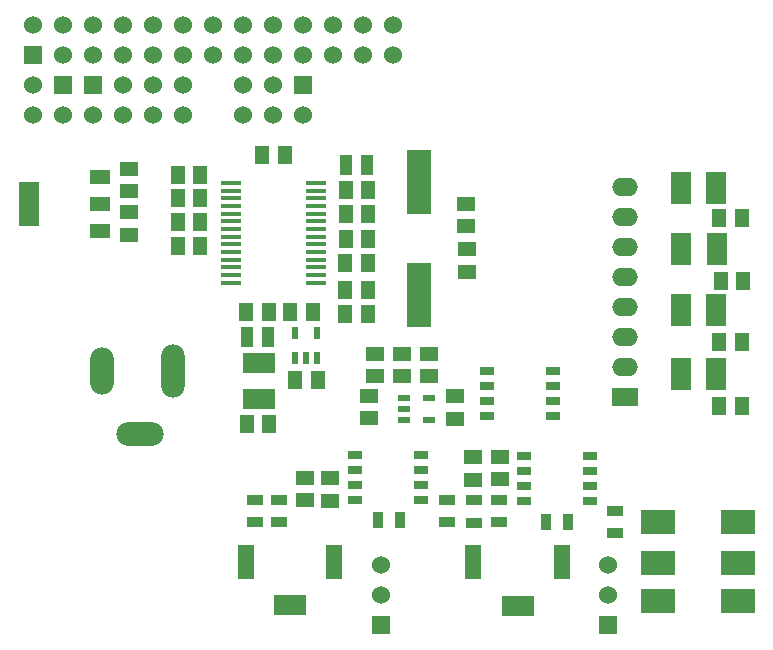
<source format=gts>
G04 (created by PCBNEW (2013-08-20 BZR 4294)-product) date 9/16/2013 9:24:49 PM*
%MOIN*%
G04 Gerber Fmt 3.4, Leading zero omitted, Abs format*
%FSLAX34Y34*%
G01*
G70*
G90*
G04 APERTURE LIST*
%ADD10C,0.001000*%
%ADD11R,0.055318X0.114373*%
%ADD12R,0.110436X0.071066*%
%ADD13R,0.065200X0.016200*%
%ADD14R,0.060200X0.060200*%
%ADD15C,0.060200*%
%ADD16R,0.039600X0.023800*%
%ADD17R,0.078900X0.216700*%
%ADD18R,0.055200X0.035200*%
%ADD19R,0.035200X0.055200*%
%ADD20R,0.071100X0.051400*%
%ADD21R,0.071100X0.149800*%
%ADD22R,0.051400X0.059200*%
%ADD23R,0.059200X0.051400*%
%ADD24R,0.086800X0.060200*%
%ADD25O,0.086800X0.060200*%
%ADD26R,0.040200X0.070200*%
%ADD27R,0.050200X0.025200*%
%ADD28R,0.023800X0.039600*%
%ADD29R,0.112405X0.078940*%
%ADD30R,0.070900X0.106400*%
%ADD31R,0.106400X0.070900*%
%ADD32O,0.157700X0.078900*%
%ADD33O,0.078900X0.157700*%
%ADD34O,0.078900X0.177400*%
G04 APERTURE END LIST*
G54D10*
G54D11*
X83031Y-62696D03*
G54D12*
X81555Y-64153D03*
G54D11*
X80078Y-62696D03*
X75440Y-62673D03*
G54D12*
X73964Y-64129D03*
G54D11*
X72488Y-62673D03*
G54D13*
X71992Y-51581D03*
X71992Y-51837D03*
X71992Y-52093D03*
X71992Y-52349D03*
X74826Y-50813D03*
X71992Y-50813D03*
X71992Y-51069D03*
X71992Y-51325D03*
X74826Y-52605D03*
X74826Y-52349D03*
X74826Y-52093D03*
X74826Y-51837D03*
X74826Y-51581D03*
X74826Y-51325D03*
X71992Y-52605D03*
X74826Y-51069D03*
X74826Y-50557D03*
X74826Y-50302D03*
X74826Y-50046D03*
X71992Y-50046D03*
X71992Y-50302D03*
X71992Y-50557D03*
X71992Y-52861D03*
X71992Y-53116D03*
X71992Y-53372D03*
X74826Y-53372D03*
X74826Y-53116D03*
X74826Y-52861D03*
G54D14*
X65385Y-45776D03*
G54D15*
X65385Y-44776D03*
X66385Y-45776D03*
X66385Y-44776D03*
X67385Y-45776D03*
X67385Y-44776D03*
X68385Y-45776D03*
X68385Y-44776D03*
X69385Y-45776D03*
X69385Y-44776D03*
X70385Y-45776D03*
X70385Y-44776D03*
X71385Y-45776D03*
X71385Y-44776D03*
X72385Y-45776D03*
X72385Y-44776D03*
X73385Y-45776D03*
X73385Y-44776D03*
X74385Y-45776D03*
X74385Y-44776D03*
X75385Y-45776D03*
X75385Y-44776D03*
X76385Y-45776D03*
X76385Y-44776D03*
X77385Y-45776D03*
X77385Y-44776D03*
G54D16*
X77772Y-57215D03*
X77772Y-57965D03*
X77772Y-57590D03*
X78604Y-57965D03*
X78604Y-57215D03*
G54D17*
X78275Y-50027D03*
X78275Y-53767D03*
G54D18*
X80084Y-61371D03*
X80084Y-60621D03*
X80940Y-61361D03*
X80940Y-60611D03*
X84783Y-61723D03*
X84783Y-60973D03*
G54D19*
X83245Y-61340D03*
X82495Y-61340D03*
G54D18*
X79208Y-61361D03*
X79208Y-60611D03*
G54D19*
X77644Y-61281D03*
X76894Y-61281D03*
G54D18*
X73608Y-61351D03*
X73608Y-60601D03*
X72801Y-61351D03*
X72801Y-60601D03*
G54D20*
X67627Y-51657D03*
X67627Y-50751D03*
X67627Y-49845D03*
G54D21*
X65265Y-50751D03*
G54D22*
X89028Y-51220D03*
X88278Y-51220D03*
X89024Y-55350D03*
X88274Y-55350D03*
X72514Y-58090D03*
X73264Y-58090D03*
X89028Y-57468D03*
X88278Y-57468D03*
X89075Y-53300D03*
X88325Y-53300D03*
G54D23*
X76594Y-57894D03*
X76594Y-57144D03*
G54D22*
X74140Y-56622D03*
X74890Y-56622D03*
G54D23*
X68582Y-51772D03*
X68582Y-51022D03*
X78592Y-56499D03*
X78592Y-55749D03*
X68592Y-49575D03*
X68592Y-50325D03*
G54D22*
X73975Y-54342D03*
X74725Y-54342D03*
G54D23*
X79448Y-57914D03*
X79448Y-57164D03*
G54D22*
X73256Y-54338D03*
X72506Y-54338D03*
G54D23*
X80074Y-59943D03*
X80074Y-59193D03*
X80950Y-59924D03*
X80950Y-59174D03*
G54D22*
X73034Y-49110D03*
X73784Y-49110D03*
G54D23*
X79838Y-50735D03*
X79838Y-51485D03*
G54D22*
X76556Y-54425D03*
X75806Y-54425D03*
X76556Y-53614D03*
X75806Y-53614D03*
G54D23*
X79850Y-53004D03*
X79850Y-52254D03*
X74474Y-59882D03*
X74474Y-60632D03*
X75301Y-59892D03*
X75301Y-60642D03*
G54D24*
X85118Y-57181D03*
G54D25*
X85118Y-56181D03*
X85118Y-55181D03*
X85118Y-54181D03*
X85118Y-53181D03*
X85118Y-52181D03*
X85118Y-51181D03*
X85118Y-50181D03*
G54D26*
X73243Y-55169D03*
X72543Y-55169D03*
X75839Y-49449D03*
X76539Y-49449D03*
G54D23*
X77696Y-55749D03*
X77696Y-56499D03*
X76791Y-55749D03*
X76791Y-56499D03*
G54D22*
X70215Y-49783D03*
X70965Y-49783D03*
X70215Y-51358D03*
X70965Y-51358D03*
X70219Y-50555D03*
X70969Y-50555D03*
X70215Y-52165D03*
X70965Y-52165D03*
X75817Y-51086D03*
X76567Y-51086D03*
X75810Y-52724D03*
X76560Y-52724D03*
X75817Y-50271D03*
X76567Y-50271D03*
X75817Y-51921D03*
X76567Y-51921D03*
G54D27*
X82727Y-57819D03*
X82727Y-57319D03*
X82727Y-56819D03*
X82727Y-56319D03*
X80527Y-56319D03*
X80527Y-56819D03*
X80527Y-57319D03*
X80527Y-57819D03*
X78340Y-60604D03*
X78340Y-60104D03*
X78340Y-59604D03*
X78340Y-59104D03*
X76140Y-59104D03*
X76140Y-59604D03*
X76140Y-60104D03*
X76140Y-60604D03*
X83963Y-60636D03*
X83963Y-60136D03*
X83963Y-59636D03*
X83963Y-59136D03*
X81763Y-59136D03*
X81763Y-59636D03*
X81763Y-60136D03*
X81763Y-60636D03*
G54D28*
X74117Y-55868D03*
X74867Y-55868D03*
X74492Y-55868D03*
X74867Y-55036D03*
X74117Y-55036D03*
G54D14*
X74380Y-46780D03*
G54D15*
X74380Y-47780D03*
X73380Y-46780D03*
X73380Y-47780D03*
X72380Y-46780D03*
X72380Y-47780D03*
G54D14*
X67388Y-46781D03*
G54D15*
X67388Y-47781D03*
X68388Y-46781D03*
X68388Y-47781D03*
X69388Y-46781D03*
X69388Y-47781D03*
X70388Y-46781D03*
X70388Y-47781D03*
G54D14*
X66385Y-46775D03*
G54D15*
X66385Y-47775D03*
X65385Y-46775D03*
X65385Y-47775D03*
G54D29*
X86244Y-63992D03*
X86244Y-61354D03*
X86244Y-62732D03*
X88881Y-62732D03*
X88881Y-61354D03*
X88881Y-63992D03*
G54D30*
X86996Y-50204D03*
X88176Y-50204D03*
X86996Y-56413D03*
X88176Y-56413D03*
X86992Y-54291D03*
X88172Y-54291D03*
G54D31*
X72913Y-56059D03*
X72913Y-57239D03*
G54D30*
X87000Y-52240D03*
X88180Y-52240D03*
G54D14*
X77000Y-64799D03*
G54D15*
X77000Y-63799D03*
X77000Y-62799D03*
G54D14*
X84555Y-64795D03*
G54D15*
X84555Y-63795D03*
X84555Y-62795D03*
G54D32*
X68968Y-58413D03*
G54D33*
X67688Y-56326D03*
G54D34*
X70051Y-56326D03*
M02*

</source>
